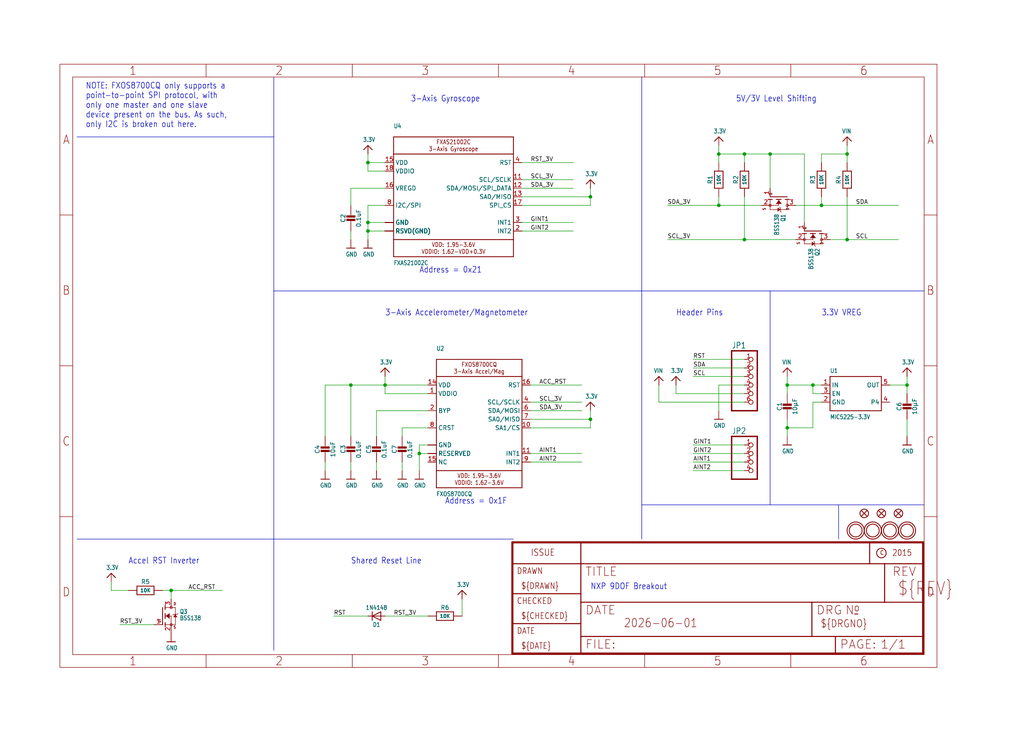
<source format=kicad_sch>
(kicad_sch (version 20230121) (generator eeschema)
  (paper "User" 303.962 217.322)
  (lib_symbols
    (symbol "working-eagle-import:3.3V" (power)
      (property "Value" "3.3V" (at -1.524 1.016 0))
      (symbol "3.3V_1_0"
        (polyline (pts (xy -1.27 -1.27) (xy 0 0)) (stroke (width 0.254)))
        (polyline (pts (xy 0 0) (xy 1.27 -1.27)) (stroke (width 0.254)))
        (pin power_in line (at 0 -2.54 90) (length 2.54) (name "3.3V") (number "1"))
      )
    )
    (symbol "working-eagle-import:ACCEL_MAG_FXOS8700CQ"
      (property "Reference" "U" (at -12.7 20.32 0))
      (symbol "ACCEL_MAG_FXOS8700CQ_1_0"
        (polyline (pts (xy -12.7 -20.32) (xy 12.7 -20.32)) (stroke (width 0.254)))
        (polyline (pts (xy -12.7 -15.24) (xy -12.7 -20.32)) (stroke (width 0.254)))
        (polyline (pts (xy -12.7 -15.24) (xy -12.7 12.7)) (stroke (width 0.254)))
        (polyline (pts (xy -12.7 12.7) (xy -12.7 17.78)) (stroke (width 0.254)))
        (polyline (pts (xy -12.7 12.7) (xy 12.7 12.7)) (stroke (width 0.254)))
        (polyline (pts (xy -12.7 17.78) (xy 12.7 17.78)) (stroke (width 0.254)))
        (polyline (pts (xy 12.7 -20.32) (xy 12.7 -15.24)) (stroke (width 0.254)))
        (polyline (pts (xy 12.7 -15.24) (xy -12.7 -15.24)) (stroke (width 0.254)))
        (polyline (pts (xy 12.7 12.7) (xy 12.7 -15.24)) (stroke (width 0.254)))
        (polyline (pts (xy 12.7 17.78) (xy 12.7 12.7)) (stroke (width 0.254)))
        (text "FXOS8700CQ\n3-Axis Accel/Mag" (at 0 15.24 0) (effects (font (size 1.27 1.0795))))
        (text "VDD: 1.95-3.6V\nVDDIO: 1.62-3.6V" (at 0 -17.78 0) (effects (font (size 1.27 1.0795))))
        (pin bidirectional line (at -15.24 7.62 0) (length 2.54) (name "VDDIO") (number "1"))
        (pin bidirectional line (at 15.24 -2.54 180) (length 2.54) (name "SA1/CS") (number "10"))
        (pin bidirectional line (at 15.24 -10.16 180) (length 2.54) (name "INT1") (number "11"))
        (pin bidirectional line (at -15.24 -7.62 0) (length 2.54) (name "GND") (number "12"))
        (pin bidirectional line (at -15.24 -10.16 0) (length 2.54) (name "RESERVED") (number "13"))
        (pin bidirectional line (at -15.24 10.16 0) (length 2.54) (name "VDD") (number "14"))
        (pin bidirectional line (at -15.24 -12.7 0) (length 2.54) (name "NC") (number "15"))
        (pin bidirectional line (at 15.24 10.16 180) (length 2.54) (name "RST") (number "16"))
        (pin bidirectional line (at -15.24 2.54 0) (length 2.54) (name "BYP") (number "2"))
        (pin bidirectional line (at -15.24 -10.16 0) (length 2.54) (name "RESERVED") (number "3"))
        (pin bidirectional line (at 15.24 5.08 180) (length 2.54) (name "SCL/SCLK") (number "4"))
        (pin bidirectional line (at -15.24 -7.62 0) (length 2.54) (name "GND") (number "5"))
        (pin bidirectional line (at 15.24 2.54 180) (length 2.54) (name "SDA/MOSI") (number "6"))
        (pin bidirectional line (at 15.24 0 180) (length 2.54) (name "SA0/MISO") (number "7"))
        (pin bidirectional line (at -15.24 -2.54 0) (length 2.54) (name "CRST") (number "8"))
        (pin bidirectional line (at 15.24 -12.7 180) (length 2.54) (name "INT2") (number "9"))
      )
    )
    (symbol "working-eagle-import:CAP_CERAMIC0805-NOOUTLINE"
      (property "Reference" "C" (at -2.29 1.25 90))
      (symbol "CAP_CERAMIC0805-NOOUTLINE_1_0"
        (rectangle (start -1.27 0.508) (end 1.27 1.016) (fill (type outline)))
        (rectangle (start -1.27 1.524) (end 1.27 2.032) (fill (type outline)))
        (polyline (pts (xy 0 0.762) (xy 0 0)) (stroke (width 0.1524)))
        (polyline (pts (xy 0 2.54) (xy 0 1.778)) (stroke (width 0.1524)))
        (pin passive line (at 0 5.08 270) (length 2.54) (name "1") (number "1"))
        (pin passive line (at 0 -2.54 90) (length 2.54) (name "2") (number "2"))
      )
    )
    (symbol "working-eagle-import:DIODESOD-323"
      (property "Reference" "D" (at 0 2.54 0))
      (symbol "DIODESOD-323_1_0"
        (polyline (pts (xy -1.27 -1.27) (xy 1.27 0)) (stroke (width 0.254)))
        (polyline (pts (xy -1.27 1.27) (xy -1.27 -1.27)) (stroke (width 0.254)))
        (polyline (pts (xy 1.27 0) (xy -1.27 1.27)) (stroke (width 0.254)))
        (polyline (pts (xy 1.27 0) (xy 1.27 -1.27)) (stroke (width 0.254)))
        (polyline (pts (xy 1.27 1.27) (xy 1.27 0)) (stroke (width 0.254)))
        (pin passive line (at -2.54 0 0) (length 2.54) (name "A") (number "A"))
        (pin passive line (at 2.54 0 180) (length 2.54) (name "C") (number "C"))
      )
    )
    (symbol "working-eagle-import:FIDUCIAL_1MM"
      (symbol "FIDUCIAL_1MM_1_0"
        (polyline (pts (xy -0.762 0.762) (xy 0.762 -0.762)) (stroke (width 0.254)))
        (polyline (pts (xy 0.762 0.762) (xy -0.762 -0.762)) (stroke (width 0.254)))
        (circle (center 0 0) (radius 1.27) (stroke (width 0.254)))
      )
    )
    (symbol "working-eagle-import:FRAME_A4"
      (symbol "FRAME_A4_1_0"
        (polyline (pts (xy 0 44.7675) (xy 3.81 44.7675)))
        (polyline (pts (xy 0 89.535) (xy 3.81 89.535)))
        (polyline (pts (xy 0 134.3025) (xy 3.81 134.3025)))
        (polyline (pts (xy 3.81 3.81) (xy 3.81 175.26)))
        (polyline (pts (xy 43.3917 0) (xy 43.3917 3.81)))
        (polyline (pts (xy 43.3917 175.26) (xy 43.3917 179.07)))
        (polyline (pts (xy 86.7833 0) (xy 86.7833 3.81)))
        (polyline (pts (xy 86.7833 175.26) (xy 86.7833 179.07)))
        (polyline (pts (xy 130.175 0) (xy 130.175 3.81)))
        (polyline (pts (xy 130.175 175.26) (xy 130.175 179.07)))
        (polyline (pts (xy 173.5667 0) (xy 173.5667 3.81)))
        (polyline (pts (xy 173.5667 175.26) (xy 173.5667 179.07)))
        (polyline (pts (xy 216.9583 0) (xy 216.9583 3.81)))
        (polyline (pts (xy 216.9583 175.26) (xy 216.9583 179.07)))
        (polyline (pts (xy 256.54 3.81) (xy 3.81 3.81)))
        (polyline (pts (xy 256.54 3.81) (xy 256.54 8.89)) (stroke (width 0.1016)))
        (polyline (pts (xy 256.54 3.81) (xy 256.54 175.26)))
        (polyline (pts (xy 256.54 8.89) (xy 256.54 13.97)) (stroke (width 0.1016)))
        (polyline (pts (xy 256.54 13.97) (xy 256.54 19.05)) (stroke (width 0.1016)))
        (polyline (pts (xy 256.54 19.05) (xy 256.54 36.83)) (stroke (width 0.1016)))
        (polyline (pts (xy 256.54 44.7675) (xy 260.35 44.7675)))
        (polyline (pts (xy 256.54 89.535) (xy 260.35 89.535)))
        (polyline (pts (xy 256.54 134.3025) (xy 260.35 134.3025)))
        (polyline (pts (xy 256.54 175.26) (xy 3.81 175.26)))
        (polyline (pts (xy 0 0) (xy 260.35 0) (xy 260.35 179.07) (xy 0 179.07) (xy 0 0)))
        (text "1" (at 21.6958 1.905 0) (effects (font (size 2.54 2.286))))
        (text "1" (at 21.6958 177.165 0) (effects (font (size 2.54 2.286))))
        (text "2" (at 65.0875 1.905 0) (effects (font (size 2.54 2.286))))
        (text "2" (at 65.0875 177.165 0) (effects (font (size 2.54 2.286))))
        (text "3" (at 108.4792 1.905 0) (effects (font (size 2.54 2.286))))
        (text "3" (at 108.4792 177.165 0) (effects (font (size 2.54 2.286))))
        (text "4" (at 151.8708 1.905 0) (effects (font (size 2.54 2.286))))
        (text "4" (at 151.8708 177.165 0) (effects (font (size 2.54 2.286))))
        (text "5" (at 195.2625 1.905 0) (effects (font (size 2.54 2.286))))
        (text "5" (at 195.2625 177.165 0) (effects (font (size 2.54 2.286))))
        (text "6" (at 238.6542 1.905 0) (effects (font (size 2.54 2.286))))
        (text "6" (at 238.6542 177.165 0) (effects (font (size 2.54 2.286))))
        (text "A" (at 1.905 156.6863 0) (effects (font (size 2.54 2.286))))
        (text "A" (at 258.445 156.6863 0) (effects (font (size 2.54 2.286))))
        (text "B" (at 1.905 111.9188 0) (effects (font (size 2.54 2.286))))
        (text "B" (at 258.445 111.9188 0) (effects (font (size 2.54 2.286))))
        (text "C" (at 1.905 67.1513 0) (effects (font (size 2.54 2.286))))
        (text "C" (at 258.445 67.1513 0) (effects (font (size 2.54 2.286))))
        (text "D" (at 1.905 22.3838 0) (effects (font (size 2.54 2.286))))
        (text "D" (at 258.445 22.3838 0) (effects (font (size 2.54 2.286))))
      )
      (symbol "FRAME_A4_2_0"
        (polyline (pts (xy -0.3048 1.5748) (xy 20.0152 1.5748)) (stroke (width 0.6096)))
        (polyline (pts (xy -0.3048 10.4648) (xy -0.3048 1.5748)) (stroke (width 0.6096)))
        (polyline (pts (xy -0.3048 10.4648) (xy 20.0152 10.4648)) (stroke (width 0.3048)))
        (polyline (pts (xy -0.3048 19.3548) (xy -0.3048 10.4648)) (stroke (width 0.6096)))
        (polyline (pts (xy -0.3048 19.3548) (xy 20.0152 19.3548)) (stroke (width 0.3048)))
        (polyline (pts (xy -0.3048 28.2448) (xy -0.3048 19.3548)) (stroke (width 0.6096)))
        (polyline (pts (xy -0.3048 28.2448) (xy 20.0152 28.2448)) (stroke (width 0.3048)))
        (polyline (pts (xy -0.3048 34.5948) (xy -0.3048 28.2448)) (stroke (width 0.6096)))
        (polyline (pts (xy 20.0152 1.5748) (xy 20.0152 6.6548)) (stroke (width 0.3048)))
        (polyline (pts (xy 20.0152 1.5748) (xy 95.5802 1.5748)) (stroke (width 0.6096)))
        (polyline (pts (xy 20.0152 6.6548) (xy 20.0152 10.4648)) (stroke (width 0.3048)))
        (polyline (pts (xy 20.0152 6.6548) (xy 88.5952 6.6548)) (stroke (width 0.3048)))
        (polyline (pts (xy 20.0152 10.4648) (xy 20.0152 16.8148)) (stroke (width 0.3048)))
        (polyline (pts (xy 20.0152 16.8148) (xy 20.0152 19.3548)) (stroke (width 0.3048)))
        (polyline (pts (xy 20.0152 19.3548) (xy 20.0152 28.2448)) (stroke (width 0.3048)))
        (polyline (pts (xy 20.0152 28.2448) (xy 20.0152 34.5948)) (stroke (width 0.3048)))
        (polyline (pts (xy 20.0152 28.2448) (xy 105.7402 28.2448)) (stroke (width 0.3048)))
        (polyline (pts (xy 20.0152 34.5948) (xy -0.3048 34.5948)) (stroke (width 0.6096)))
        (polyline (pts (xy 88.5952 6.6548) (xy 95.5802 6.6548)) (stroke (width 0.3048)))
        (polyline (pts (xy 88.5952 16.8148) (xy 20.0152 16.8148)) (stroke (width 0.3048)))
        (polyline (pts (xy 88.5952 16.8148) (xy 88.5952 6.6548)) (stroke (width 0.3048)))
        (polyline (pts (xy 95.5802 1.5748) (xy 121.6152 1.5748)) (stroke (width 0.6096)))
        (polyline (pts (xy 95.5802 6.6548) (xy 95.5802 1.5748)) (stroke (width 0.3048)))
        (polyline (pts (xy 95.5802 6.6548) (xy 121.6152 6.6548)) (stroke (width 0.3048)))
        (polyline (pts (xy 101.2952 13.3223) (xy 102.2477 13.3223)) (stroke (width 0.254)))
        (polyline (pts (xy 105.7402 28.2448) (xy 105.7402 34.5948)) (stroke (width 0.3048)))
        (polyline (pts (xy 105.7402 28.2448) (xy 110.1852 28.2448)) (stroke (width 0.3048)))
        (polyline (pts (xy 105.7402 34.5948) (xy 20.0152 34.5948)) (stroke (width 0.6096)))
        (polyline (pts (xy 110.1852 16.8148) (xy 88.5952 16.8148)) (stroke (width 0.3048)))
        (polyline (pts (xy 110.1852 28.2448) (xy 110.1852 16.8148)) (stroke (width 0.3048)))
        (polyline (pts (xy 110.1852 28.2448) (xy 121.6152 28.2448)) (stroke (width 0.3048)))
        (polyline (pts (xy 121.6152 6.6548) (xy 121.6152 1.5748)) (stroke (width 0.6096)))
        (polyline (pts (xy 121.6152 16.8148) (xy 110.1852 16.8148)) (stroke (width 0.3048)))
        (polyline (pts (xy 121.6152 16.8148) (xy 121.6152 6.6548)) (stroke (width 0.6096)))
        (polyline (pts (xy 121.6152 28.2448) (xy 121.6152 16.8148)) (stroke (width 0.6096)))
        (polyline (pts (xy 121.6152 34.5948) (xy 105.7402 34.5948)) (stroke (width 0.6096)))
        (polyline (pts (xy 121.6152 34.5948) (xy 121.6152 28.2448)) (stroke (width 0.6096)))
        (circle (center 109.2327 31.4198) (radius 1.4199) (stroke (width 0.254)))
        (text "${#}/${##}" (at 108.9152 2.8448 0) (effects (font (size 2.54 2.54)) (justify left bottom)))
        (text "${CHECKED}" (at 2.2352 11.7348 0) (effects (font (size 1.778 1.5113)) (justify left bottom)))
        (text "${COMPANY}" (at 23.349 29.6735 0) (effects (font (size 3.175 2.6987) (thickness 0.5397) bold) (justify left bottom)))
        (text "${CURRENT_DATE}" (at 32.7152 9.1948 0) (effects (font (size 2.54 2.159)) (justify left bottom)))
        (text "${DATE}" (at 2.2352 2.8448 0) (effects (font (size 1.778 1.5113)) (justify left bottom)))
        (text "${DRAWN}" (at 2.2352 20.6248 0) (effects (font (size 1.778 1.5113)) (justify left bottom)))
        (text "${DRGNO}" (at 91.1352 9.1948 0) (effects (font (size 2.1844 1.8567)) (justify left bottom)))
        (text "${PROJECTNAME}" (at 33.0327 2.8448 0) (effects (font (size 2.54 2.159)) (justify left bottom)))
        (text "${REV}" (at 113.9952 18.7198 0) (effects (font (size 3.81 3.2385)) (justify left bottom)))
        (text "2015" (at 112.4077 30.4673 0) (effects (font (size 1.778 1.5113)) (justify left bottom)))
        (text "C" (at 108.7564 30.7848 0) (effects (font (size 1.27 1.0795)) (justify left bottom)))
        (text "CHECKED" (at 0.9652 16.1798 0) (effects (font (size 1.778 1.5113)) (justify left bottom)))
        (text "DATE" (at 0.9652 7.2898 0) (effects (font (size 1.778 1.5113)) (justify left bottom)))
        (text "DATE" (at 21.2852 13.0048 0) (effects (font (size 2.54 2.54)) (justify left bottom)))
        (text "DRAWN" (at 0.9652 25.0698 0) (effects (font (size 1.778 1.5113)) (justify left bottom)))
        (text "DRG" (at 89.8652 13.0048 0) (effects (font (size 2.54 2.54)) (justify left bottom)))
        (text "FILE:" (at 21.2852 2.8448 0) (effects (font (size 2.54 2.54)) (justify left bottom)))
        (text "ISSUE" (at 5.0927 30.4673 0) (effects (font (size 1.9304 1.6408)) (justify left bottom)))
        (text "N" (at 98.4377 13.0048 0) (effects (font (size 2.54 2.54)) (justify left bottom)))
        (text "o" (at 100.9777 13.9573 0) (effects (font (size 2.1844 1.8567)) (justify left bottom)))
        (text "PAGE:" (at 96.8502 2.8448 0) (effects (font (size 2.54 2.54)) (justify left bottom)))
        (text "REV" (at 112.4077 24.4348 0) (effects (font (size 2.54 2.54)) (justify left bottom)))
        (text "TITLE" (at 21.2852 24.4348 0) (effects (font (size 2.54 2.54)) (justify left bottom)))
      )
    )
    (symbol "working-eagle-import:GND" (power)
      (property "Value" "GND" (at -1.524 -2.54 0))
      (symbol "GND_1_0"
        (polyline (pts (xy -1.27 0) (xy 1.27 0)) (stroke (width 0.254)))
        (pin power_in line (at 0 2.54 270) (length 2.54) (name "GND") (number "1"))
      )
    )
    (symbol "working-eagle-import:GYRO_FXAS21002C"
      (property "Reference" "U" (at -17.78 20.32 0))
      (symbol "GYRO_FXAS21002C_1_0"
        (polyline (pts (xy -17.78 -17.78) (xy 17.78 -17.78)) (stroke (width 0.254)))
        (polyline (pts (xy -17.78 -12.7) (xy -17.78 -17.78)) (stroke (width 0.254)))
        (polyline (pts (xy -17.78 -12.7) (xy -17.78 12.7)) (stroke (width 0.254)))
        (polyline (pts (xy -17.78 12.7) (xy -17.78 17.78)) (stroke (width 0.254)))
        (polyline (pts (xy -17.78 12.7) (xy 17.78 12.7)) (stroke (width 0.254)))
        (polyline (pts (xy -17.78 17.78) (xy 17.78 17.78)) (stroke (width 0.254)))
        (polyline (pts (xy 17.78 -17.78) (xy 17.78 -12.7)) (stroke (width 0.254)))
        (polyline (pts (xy 17.78 -12.7) (xy -17.78 -12.7)) (stroke (width 0.254)))
        (polyline (pts (xy 17.78 12.7) (xy 17.78 -12.7)) (stroke (width 0.254)))
        (polyline (pts (xy 17.78 17.78) (xy 17.78 12.7)) (stroke (width 0.254)))
        (text "FXAS21002C\n3-Axis Gyroscope" (at 0 15.24 0) (effects (font (size 1.27 1.0795))))
        (text "VDD: 1.95-3.6V\nVDDIO: 1.62-VDD+0.3V" (at 0 -15.24 0) (effects (font (size 1.27 1.0795))))
        (pin bidirectional line (at -20.32 -7.62 0) (length 2.54) (name "GND") (number "1"))
        (pin bidirectional line (at -20.32 -10.16 0) (length 2.54) (name "RSVD(GND)") (number "10"))
        (pin bidirectional line (at 20.32 5.08 180) (length 2.54) (name "SCL/SCLK") (number "11"))
        (pin bidirectional line (at 20.32 2.54 180) (length 2.54) (name "SDA/MOSI/SPI_DATA") (number "12"))
        (pin bidirectional line (at 20.32 0 180) (length 2.54) (name "SA0/MISO") (number "13"))
        (pin bidirectional line (at -20.32 -7.62 0) (length 2.54) (name "GND") (number "14"))
        (pin bidirectional line (at -20.32 10.16 0) (length 2.54) (name "VDD") (number "15"))
        (pin bidirectional line (at -20.32 2.54 0) (length 2.54) (name "VREGD") (number "16"))
        (pin bidirectional line (at 20.32 -2.54 180) (length 2.54) (name "SPI_CS") (number "17"))
        (pin bidirectional line (at -20.32 7.62 0) (length 2.54) (name "VDDIO") (number "18"))
        (pin bidirectional line (at -20.32 -7.62 0) (length 2.54) (name "GND") (number "19"))
        (pin bidirectional line (at 20.32 -10.16 180) (length 2.54) (name "INT2") (number "2"))
        (pin bidirectional line (at -20.32 -10.16 0) (length 2.54) (name "RSVD(GND)") (number "20"))
        (pin bidirectional line (at -20.32 -10.16 0) (length 2.54) (name "RSVD(GND)") (number "21"))
        (pin bidirectional line (at -20.32 -10.16 0) (length 2.54) (name "RSVD(GND)") (number "22"))
        (pin bidirectional line (at -20.32 -10.16 0) (length 2.54) (name "RSVD(GND)") (number "23"))
        (pin bidirectional line (at -20.32 -10.16 0) (length 2.54) (name "RSVD(GND)") (number "24"))
        (pin bidirectional line (at 20.32 -7.62 180) (length 2.54) (name "INT1") (number "3"))
        (pin bidirectional line (at 20.32 10.16 180) (length 2.54) (name "RST") (number "4"))
        (pin bidirectional line (at -20.32 -7.62 0) (length 2.54) (name "GND") (number "5"))
        (pin bidirectional line (at -20.32 -10.16 0) (length 2.54) (name "RSVD(GND)") (number "6"))
        (pin bidirectional line (at -20.32 -10.16 0) (length 2.54) (name "RSVD(GND)") (number "7"))
        (pin bidirectional line (at -20.32 -2.54 0) (length 2.54) (name "I2C/SPI") (number "8"))
        (pin bidirectional line (at -20.32 -10.16 0) (length 2.54) (name "RSVD(GND)") (number "9"))
      )
    )
    (symbol "working-eagle-import:HEADER-1X4ROUND"
      (property "Reference" "JP" (at -6.35 8.255 0))
      (symbol "HEADER-1X4ROUND_1_0"
        (polyline (pts (xy -6.35 -5.08) (xy 1.27 -5.08)) (stroke (width 0.4064)))
        (polyline (pts (xy -6.35 7.62) (xy -6.35 -5.08)) (stroke (width 0.4064)))
        (polyline (pts (xy 1.27 -5.08) (xy 1.27 7.62)) (stroke (width 0.4064)))
        (polyline (pts (xy 1.27 7.62) (xy -6.35 7.62)) (stroke (width 0.4064)))
        (pin passive inverted (at -2.54 5.08 0) (length 2.54) (name "1") (number "1"))
        (pin passive inverted (at -2.54 2.54 0) (length 2.54) (name "2") (number "2"))
        (pin passive inverted (at -2.54 0 0) (length 2.54) (name "3") (number "3"))
        (pin passive inverted (at -2.54 -2.54 0) (length 2.54) (name "4") (number "4"))
      )
    )
    (symbol "working-eagle-import:HEADER-1X670MIL"
      (property "Reference" "JP" (at -6.35 10.795 0))
      (symbol "HEADER-1X670MIL_1_0"
        (polyline (pts (xy -6.35 -7.62) (xy 1.27 -7.62)) (stroke (width 0.4064)))
        (polyline (pts (xy -6.35 10.16) (xy -6.35 -7.62)) (stroke (width 0.4064)))
        (polyline (pts (xy 1.27 -7.62) (xy 1.27 10.16)) (stroke (width 0.4064)))
        (polyline (pts (xy 1.27 10.16) (xy -6.35 10.16)) (stroke (width 0.4064)))
        (pin passive inverted (at -2.54 7.62 0) (length 2.54) (name "1") (number "1"))
        (pin passive inverted (at -2.54 5.08 0) (length 2.54) (name "2") (number "2"))
        (pin passive inverted (at -2.54 2.54 0) (length 2.54) (name "3") (number "3"))
        (pin passive inverted (at -2.54 0 0) (length 2.54) (name "4") (number "4"))
        (pin passive inverted (at -2.54 -2.54 0) (length 2.54) (name "5") (number "5"))
        (pin passive inverted (at -2.54 -5.08 0) (length 2.54) (name "6") (number "6"))
      )
    )
    (symbol "working-eagle-import:MOSFET-NWIDE"
      (property "Reference" "Q" (at 5.08 0.635 0))
      (symbol "MOSFET-NWIDE_1_0"
        (polyline (pts (xy 0 2.54) (xy 0 -2.54)) (stroke (width 0.254)))
        (polyline (pts (xy 0.762 -2.54) (xy 0.762 -3.175)) (stroke (width 0.254)))
        (polyline (pts (xy 0.762 -1.905) (xy 0.762 -2.54)) (stroke (width 0.254)))
        (polyline (pts (xy 0.762 0) (xy 0.762 -0.762)) (stroke (width 0.254)))
        (polyline (pts (xy 0.762 0) (xy 2.54 0)) (stroke (width 0.1524)))
        (polyline (pts (xy 0.762 0.762) (xy 0.762 0)) (stroke (width 0.254)))
        (polyline (pts (xy 0.762 2.54) (xy 0.762 1.905)) (stroke (width 0.254)))
        (polyline (pts (xy 0.762 2.54) (xy 3.81 2.54)) (stroke (width 0.1524)))
        (polyline (pts (xy 0.762 3.175) (xy 0.762 2.54)) (stroke (width 0.254)))
        (polyline (pts (xy 2.54 -2.54) (xy 0.762 -2.54)) (stroke (width 0.1524)))
        (polyline (pts (xy 2.54 -2.54) (xy 3.81 -2.54)) (stroke (width 0.1524)))
        (polyline (pts (xy 2.54 0) (xy 2.54 -2.54)) (stroke (width 0.1524)))
        (polyline (pts (xy 3.302 0.508) (xy 3.048 0.254)) (stroke (width 0.1524)))
        (polyline (pts (xy 3.81 0.508) (xy 3.302 0.508)) (stroke (width 0.1524)))
        (polyline (pts (xy 3.81 0.508) (xy 3.81 -2.54)) (stroke (width 0.1524)))
        (polyline (pts (xy 3.81 2.54) (xy 3.81 0.508)) (stroke (width 0.1524)))
        (polyline (pts (xy 4.318 0.508) (xy 3.81 0.508)) (stroke (width 0.1524)))
        (polyline (pts (xy 4.572 0.762) (xy 4.318 0.508)) (stroke (width 0.1524)))
        (polyline (pts (xy 1.016 0) (xy 2.032 0.762) (xy 2.032 -0.762)) (stroke (width 0.1524)) (fill (type outline)))
        (polyline (pts (xy 3.81 0.508) (xy 3.302 -0.254) (xy 4.318 -0.254)) (stroke (width 0.1524)) (fill (type outline)))
        (circle (center 2.54 -2.54) (radius 0.3592))
        (circle (center 2.54 2.54) (radius 0.3592))
        (text "D" (at 3.175 3.175 0) (effects (font (size 0.8128 0.6908)) (justify left bottom)))
        (text "G" (at -1.27 -1.905 0) (effects (font (size 0.8128 0.6908)) (justify left bottom)))
        (text "S" (at 3.175 -3.81 0) (effects (font (size 0.8128 0.6908)) (justify left bottom)))
        (pin bidirectional line (at -2.54 -2.54 0) (length 2.54) (name "G") (number "1"))
        (pin bidirectional line (at 2.54 -5.08 90) (length 2.54) (name "S") (number "2"))
        (pin bidirectional line (at 2.54 5.08 270) (length 2.54) (name "D") (number "3"))
      )
    )
    (symbol "working-eagle-import:MOUNTINGHOLE2.5"
      (symbol "MOUNTINGHOLE2.5_1_0"
        (circle (center 0 0) (radius 1.905) (stroke (width 0.254)))
        (circle (center 0 0) (radius 2.54) (stroke (width 0.254)))
      )
    )
    (symbol "working-eagle-import:RESISTOR0805_NOOUTLINE"
      (property "Reference" "R" (at 0 2.54 0))
      (symbol "RESISTOR0805_NOOUTLINE_1_0"
        (polyline (pts (xy -2.54 -1.27) (xy -2.54 1.27)) (stroke (width 0.254)))
        (polyline (pts (xy -2.54 1.27) (xy 2.54 1.27)) (stroke (width 0.254)))
        (polyline (pts (xy 2.54 -1.27) (xy -2.54 -1.27)) (stroke (width 0.254)))
        (polyline (pts (xy 2.54 1.27) (xy 2.54 -1.27)) (stroke (width 0.254)))
        (pin passive line (at -5.08 0 0) (length 2.54) (name "1") (number "1"))
        (pin passive line (at 5.08 0 180) (length 2.54) (name "2") (number "2"))
      )
    )
    (symbol "working-eagle-import:VIN" (power)
      (property "Value" "VIN" (at -1.524 1.016 0))
      (symbol "VIN_1_0"
        (polyline (pts (xy -1.27 -1.27) (xy 0 0)) (stroke (width 0.254)))
        (polyline (pts (xy 0 0) (xy 1.27 -1.27)) (stroke (width 0.254)))
        (pin power_in line (at 0 -2.54 90) (length 2.54) (name "VIN") (number "1"))
      )
    )
    (symbol "working-eagle-import:VREG_SOT23-5"
      (property "Reference" "U" (at -7.62 6.096 0))
      (symbol "VREG_SOT23-5_1_0"
        (polyline (pts (xy -7.62 -5.08) (xy -7.62 5.08)) (stroke (width 0.254)))
        (polyline (pts (xy -7.62 5.08) (xy 7.62 5.08)) (stroke (width 0.254)))
        (polyline (pts (xy 7.62 -5.08) (xy -7.62 -5.08)) (stroke (width 0.254)))
        (polyline (pts (xy 7.62 5.08) (xy 7.62 -5.08)) (stroke (width 0.254)))
        (pin power_in line (at -10.16 2.54 0) (length 2.54) (name "IN") (number "1"))
        (pin power_in line (at -10.16 -2.54 0) (length 2.54) (name "GND") (number "2"))
        (pin input line (at -10.16 0 0) (length 2.54) (name "EN") (number "3"))
        (pin bidirectional line (at 10.16 -2.54 180) (length 2.54) (name "P4") (number "4"))
        (pin power_in line (at 10.16 2.54 180) (length 2.54) (name "OUT") (number "5"))
      )
    )
  )
  (junction (at 233.68 127))
  (junction (at 213.36 45.72))
  (junction (at 243.84 60.96))
  (junction (at 109.22 48.26))
  (junction (at 175.26 124.46))
  (junction (at 124.46 134.62))
  (junction (at 104.14 114.3))
  (junction (at 175.26 58.42))
  (junction (at 114.3 114.3))
  (junction (at 220.98 71.12))
  (junction (at 50.8 175.26))
  (junction (at 220.98 45.72))
  (junction (at 213.36 60.96))
  (junction (at 251.46 45.72))
  (junction (at 109.22 66.04))
  (junction (at 269.24 114.3))
  (junction (at 233.68 114.3))
  (junction (at 109.22 68.58))
  (junction (at 251.46 71.12))
  (junction (at 241.3 114.3))
  (junction (at 228.6 45.72))
  (polyline (pts (xy 81.28 40.64) (xy 22.86 40.64)) (stroke (width 0.1524) (type solid)))
  (wire (pts (xy 213.36 45.72) (xy 213.36 43.18)) (stroke (width 0.1524)))
  (wire (pts (xy 104.14 129.54) (xy 104.14 114.3)) (stroke (width 0.1524)))
  (wire (pts (xy 228.6 55.88) (xy 228.6 45.72)) (stroke (width 0.1524)))
  (wire (pts (xy 114.3 68.58) (xy 109.22 68.58)) (stroke (width 0.1524)))
  (wire (pts (xy 251.46 71.12) (xy 251.46 58.42)) (stroke (width 0.1524)))
  (polyline (pts (xy 81.28 160.02) (xy 81.28 193.04)) (stroke (width 0.1524) (type solid)))
  (wire (pts (xy 175.26 58.42) (xy 175.26 55.88)) (stroke (width 0.1524)))
  (wire (pts (xy 238.76 45.72) (xy 228.6 45.72)) (stroke (width 0.1524)))
  (wire (pts (xy 127 182.88) (xy 114.3 182.88)) (stroke (width 0.1524)))
  (wire (pts (xy 157.48 124.46) (xy 175.26 124.46)) (stroke (width 0.1524)))
  (polyline (pts (xy 190.5 22.86) (xy 190.5 86.36)) (stroke (width 0.1524) (type solid)))
  (wire (pts (xy 243.84 45.72) (xy 251.46 45.72)) (stroke (width 0.1524)))
  (wire (pts (xy 213.36 114.3) (xy 213.36 121.92)) (stroke (width 0.1524)))
  (polyline (pts (xy 190.5 86.36) (xy 190.5 149.86)) (stroke (width 0.1524) (type solid)))
  (wire (pts (xy 246.38 71.12) (xy 251.46 71.12)) (stroke (width 0.1524)))
  (wire (pts (xy 269.24 124.46) (xy 269.24 129.54)) (stroke (width 0.1524)))
  (wire (pts (xy 220.98 71.12) (xy 198.12 71.12)) (stroke (width 0.1524)))
  (wire (pts (xy 38.1 175.26) (xy 33.02 175.26)) (stroke (width 0.1524)))
  (wire (pts (xy 241.3 114.3) (xy 233.68 114.3)) (stroke (width 0.1524)))
  (wire (pts (xy 251.46 45.72) (xy 251.46 43.18)) (stroke (width 0.1524)))
  (wire (pts (xy 127 116.84) (xy 114.3 116.84)) (stroke (width 0.1524)))
  (wire (pts (xy 109.22 48.26) (xy 109.22 45.72)) (stroke (width 0.1524)))
  (wire (pts (xy 114.3 66.04) (xy 109.22 66.04)) (stroke (width 0.1524)))
  (polyline (pts (xy 228.6 86.36) (xy 228.6 149.86)) (stroke (width 0.1524) (type solid)))
  (wire (pts (xy 243.84 60.96) (xy 266.7 60.96)) (stroke (width 0.1524)))
  (wire (pts (xy 233.68 127) (xy 233.68 129.54)) (stroke (width 0.1524)))
  (wire (pts (xy 205.74 134.62) (xy 220.98 134.62)) (stroke (width 0.1524)))
  (wire (pts (xy 213.36 48.26) (xy 213.36 45.72)) (stroke (width 0.1524)))
  (wire (pts (xy 114.3 50.8) (xy 109.22 50.8)) (stroke (width 0.1524)))
  (wire (pts (xy 157.48 134.62) (xy 172.72 134.62)) (stroke (width 0.1524)))
  (wire (pts (xy 33.02 175.26) (xy 33.02 172.72)) (stroke (width 0.1524)))
  (wire (pts (xy 205.74 139.7) (xy 220.98 139.7)) (stroke (width 0.1524)))
  (wire (pts (xy 269.24 114.3) (xy 269.24 116.84)) (stroke (width 0.1524)))
  (polyline (pts (xy 228.6 86.36) (xy 274.32 86.36)) (stroke (width 0.1524) (type solid)))
  (wire (pts (xy 50.8 175.26) (xy 66.04 175.26)) (stroke (width 0.1524)))
  (wire (pts (xy 241.3 116.84) (xy 241.3 114.3)) (stroke (width 0.1524)))
  (wire (pts (xy 233.68 116.84) (xy 233.68 114.3)) (stroke (width 0.1524)))
  (wire (pts (xy 154.94 58.42) (xy 175.26 58.42)) (stroke (width 0.1524)))
  (wire (pts (xy 127 134.62) (xy 124.46 134.62)) (stroke (width 0.1524)))
  (wire (pts (xy 45.72 185.42) (xy 35.56 185.42)) (stroke (width 0.1524)))
  (wire (pts (xy 205.74 137.16) (xy 220.98 137.16)) (stroke (width 0.1524)))
  (wire (pts (xy 109.22 182.88) (xy 99.06 182.88)) (stroke (width 0.1524)))
  (wire (pts (xy 175.26 124.46) (xy 175.26 121.92)) (stroke (width 0.1524)))
  (wire (pts (xy 119.38 137.16) (xy 119.38 139.7)) (stroke (width 0.1524)))
  (wire (pts (xy 205.74 132.08) (xy 220.98 132.08)) (stroke (width 0.1524)))
  (polyline (pts (xy 81.28 160.02) (xy 22.86 160.02)) (stroke (width 0.1524) (type solid)))
  (wire (pts (xy 243.84 60.96) (xy 243.84 58.42)) (stroke (width 0.1524)))
  (wire (pts (xy 109.22 66.04) (xy 109.22 68.58)) (stroke (width 0.1524)))
  (wire (pts (xy 243.84 116.84) (xy 241.3 116.84)) (stroke (width 0.1524)))
  (wire (pts (xy 114.3 60.96) (xy 109.22 60.96)) (stroke (width 0.1524)))
  (wire (pts (xy 220.98 119.38) (xy 195.58 119.38)) (stroke (width 0.1524)))
  (wire (pts (xy 114.3 116.84) (xy 114.3 114.3)) (stroke (width 0.1524)))
  (wire (pts (xy 243.84 114.3) (xy 241.3 114.3)) (stroke (width 0.1524)))
  (wire (pts (xy 124.46 134.62) (xy 124.46 139.7)) (stroke (width 0.1524)))
  (wire (pts (xy 154.94 53.34) (xy 170.18 53.34)) (stroke (width 0.1524)))
  (wire (pts (xy 137.16 182.88) (xy 137.16 177.8)) (stroke (width 0.1524)))
  (wire (pts (xy 104.14 114.3) (xy 96.52 114.3)) (stroke (width 0.1524)))
  (wire (pts (xy 220.98 48.26) (xy 220.98 45.72)) (stroke (width 0.1524)))
  (wire (pts (xy 170.18 48.26) (xy 154.94 48.26)) (stroke (width 0.1524)))
  (wire (pts (xy 109.22 68.58) (xy 109.22 71.12)) (stroke (width 0.1524)))
  (wire (pts (xy 109.22 60.96) (xy 109.22 66.04)) (stroke (width 0.1524)))
  (wire (pts (xy 127 127) (xy 119.38 127)) (stroke (width 0.1524)))
  (wire (pts (xy 50.8 175.26) (xy 50.8 177.8)) (stroke (width 0.1524)))
  (wire (pts (xy 241.3 127) (xy 233.68 127)) (stroke (width 0.1524)))
  (wire (pts (xy 269.24 114.3) (xy 269.24 111.76)) (stroke (width 0.1524)))
  (polyline (pts (xy 190.5 86.36) (xy 228.6 86.36)) (stroke (width 0.1524) (type solid)))
  (wire (pts (xy 48.26 175.26) (xy 50.8 175.26)) (stroke (width 0.1524)))
  (wire (pts (xy 213.36 60.96) (xy 213.36 58.42)) (stroke (width 0.1524)))
  (polyline (pts (xy 190.5 149.86) (xy 190.5 160.02)) (stroke (width 0.1524) (type solid)))
  (wire (pts (xy 175.26 60.96) (xy 175.26 58.42)) (stroke (width 0.1524)))
  (polyline (pts (xy 81.28 160.02) (xy 81.28 86.36)) (stroke (width 0.1524) (type solid)))
  (wire (pts (xy 233.68 114.3) (xy 233.68 111.76)) (stroke (width 0.1524)))
  (wire (pts (xy 233.68 127) (xy 233.68 124.46)) (stroke (width 0.1524)))
  (wire (pts (xy 154.94 60.96) (xy 175.26 60.96)) (stroke (width 0.1524)))
  (wire (pts (xy 104.14 68.58) (xy 104.14 71.12)) (stroke (width 0.1524)))
  (wire (pts (xy 114.3 114.3) (xy 114.3 111.76)) (stroke (width 0.1524)))
  (wire (pts (xy 104.14 137.16) (xy 104.14 139.7)) (stroke (width 0.1524)))
  (wire (pts (xy 157.48 119.38) (xy 172.72 119.38)) (stroke (width 0.1524)))
  (polyline (pts (xy 81.28 86.36) (xy 81.28 40.64)) (stroke (width 0.1524) (type solid)))
  (polyline (pts (xy 190.5 86.36) (xy 81.28 86.36)) (stroke (width 0.1524) (type solid)))
  (wire (pts (xy 114.3 114.3) (xy 104.14 114.3)) (stroke (width 0.1524)))
  (wire (pts (xy 127 114.3) (xy 114.3 114.3)) (stroke (width 0.1524)))
  (polyline (pts (xy 274.32 149.86) (xy 248.92 149.86)) (stroke (width 0.1524) (type solid)))
  (wire (pts (xy 114.3 48.26) (xy 109.22 48.26)) (stroke (width 0.1524)))
  (wire (pts (xy 157.48 127) (xy 175.26 127)) (stroke (width 0.1524)))
  (wire (pts (xy 238.76 66.04) (xy 238.76 45.72)) (stroke (width 0.1524)))
  (wire (pts (xy 200.66 116.84) (xy 200.66 114.3)) (stroke (width 0.1524)))
  (wire (pts (xy 243.84 119.38) (xy 241.3 119.38)) (stroke (width 0.1524)))
  (wire (pts (xy 220.98 45.72) (xy 213.36 45.72)) (stroke (width 0.1524)))
  (wire (pts (xy 195.58 119.38) (xy 195.58 114.3)) (stroke (width 0.1524)))
  (wire (pts (xy 175.26 127) (xy 175.26 124.46)) (stroke (width 0.1524)))
  (polyline (pts (xy 81.28 40.64) (xy 81.28 22.86)) (stroke (width 0.1524) (type solid)))
  (polyline (pts (xy 248.92 149.86) (xy 248.92 160.02)) (stroke (width 0.1524) (type solid)))
  (wire (pts (xy 213.36 60.96) (xy 198.12 60.96)) (stroke (width 0.1524)))
  (wire (pts (xy 109.22 50.8) (xy 109.22 48.26)) (stroke (width 0.1524)))
  (wire (pts (xy 220.98 58.42) (xy 220.98 71.12)) (stroke (width 0.1524)))
  (wire (pts (xy 96.52 137.16) (xy 96.52 139.7)) (stroke (width 0.1524)))
  (polyline (pts (xy 248.92 149.86) (xy 228.6 149.86)) (stroke (width 0.1524) (type solid)))
  (wire (pts (xy 251.46 48.26) (xy 251.46 45.72)) (stroke (width 0.1524)))
  (wire (pts (xy 236.22 60.96) (xy 243.84 60.96)) (stroke (width 0.1524)))
  (wire (pts (xy 111.76 121.92) (xy 111.76 129.54)) (stroke (width 0.1524)))
  (wire (pts (xy 251.46 71.12) (xy 266.7 71.12)) (stroke (width 0.1524)))
  (wire (pts (xy 236.22 71.12) (xy 220.98 71.12)) (stroke (width 0.1524)))
  (wire (pts (xy 157.48 121.92) (xy 172.72 121.92)) (stroke (width 0.1524)))
  (wire (pts (xy 154.94 68.58) (xy 170.18 68.58)) (stroke (width 0.1524)))
  (wire (pts (xy 226.06 60.96) (xy 213.36 60.96)) (stroke (width 0.1524)))
  (wire (pts (xy 220.98 114.3) (xy 213.36 114.3)) (stroke (width 0.1524)))
  (wire (pts (xy 157.48 137.16) (xy 172.72 137.16)) (stroke (width 0.1524)))
  (wire (pts (xy 220.98 106.68) (xy 205.74 106.68)) (stroke (width 0.1524)))
  (polyline (pts (xy 152.4 160.02) (xy 81.28 160.02)) (stroke (width 0.1524) (type solid)))
  (wire (pts (xy 127 121.92) (xy 111.76 121.92)) (stroke (width 0.1524)))
  (wire (pts (xy 205.74 111.76) (xy 220.98 111.76)) (stroke (width 0.1524)))
  (wire (pts (xy 241.3 119.38) (xy 241.3 127)) (stroke (width 0.1524)))
  (wire (pts (xy 154.94 66.04) (xy 170.18 66.04)) (stroke (width 0.1524)))
  (wire (pts (xy 104.14 55.88) (xy 104.14 60.96)) (stroke (width 0.1524)))
  (polyline (pts (xy 228.6 149.86) (xy 190.5 149.86)) (stroke (width 0.1524) (type solid)))
  (wire (pts (xy 154.94 55.88) (xy 170.18 55.88)) (stroke (width 0.1524)))
  (wire (pts (xy 205.74 109.22) (xy 220.98 109.22)) (stroke (width 0.1524)))
  (wire (pts (xy 119.38 127) (xy 119.38 129.54)) (stroke (width 0.1524)))
  (wire (pts (xy 124.46 132.08) (xy 124.46 134.62)) (stroke (width 0.1524)))
  (wire (pts (xy 264.16 114.3) (xy 269.24 114.3)) (stroke (width 0.1524)))
  (wire (pts (xy 228.6 45.72) (xy 220.98 45.72)) (stroke (width 0.1524)))
  (wire (pts (xy 127 132.08) (xy 124.46 132.08)) (stroke (width 0.1524)))
  (wire (pts (xy 96.52 114.3) (xy 96.52 129.54)) (stroke (width 0.1524)))
  (wire (pts (xy 157.48 114.3) (xy 172.72 114.3)) (stroke (width 0.1524)))
  (wire (pts (xy 114.3 55.88) (xy 104.14 55.88)) (stroke (width 0.1524)))
  (wire (pts (xy 243.84 48.26) (xy 243.84 45.72)) (stroke (width 0.1524)))
  (wire (pts (xy 111.76 137.16) (xy 111.76 139.7)) (stroke (width 0.1524)))
  (wire (pts (xy 200.66 116.84) (xy 220.98 116.84)) (stroke (width 0.1524)))
  (text "Address = 0x21" (at 124.46 81.28 0) (effects (font (size 1.778 1.5113)) (justify left bottom)))
  (text "3-Axis Gyroscope" (at 121.92 30.48 0) (effects (font (size 1.778 1.5113)) (justify left bottom)))
  (text "Address = 0x1F" (at 132.08 149.86 0) (effects (font (size 1.778 1.5113)) (justify left bottom)))
  (text "3-Axis Accelerometer/Magnetometer" (at 114.3 93.98 0) (effects (font (size 1.778 1.5113)) (justify left bottom)))
  (text "Accel RST Inverter" (at 38.1 167.64 0) (effects (font (size 1.778 1.5113)) (justify left bottom)))
  (text "Shared Reset Line" (at 104.14 167.64 0) (effects (font (size 1.778 1.5113)) (justify left bottom)))
  (text "NOTE: FXOS8700CQ only supports a\npoint-to-point SPI protocol, with\nonly one master and one slave\ndevice present on the bus. As such,\nonly I2C is broken out here." (at 25.4 38.1 0) (effects (font (size 1.778 1.5113)) (justify left bottom)))
  (text "Header Pins" (at 200.66 93.98 0) (effects (font (size 1.778 1.5113)) (justify left bottom)))
  (text "5V/3V Level Shifting" (at 218.44 30.48 0) (effects (font (size 1.778 1.5113)) (justify left bottom)))
  (text "NXP 9DOF Breakout" (at 175.26 175.26 0) (effects (font (size 1.778 1.5113)) (justify left bottom)))
  (text "3.3V VREG" (at 243.84 93.98 0) (effects (font (size 1.778 1.5113)) (justify left bottom)))
  (label "RST_3V" (at 116.84 182.88 0) (effects (font (size 1.2446 1.2446))))
  (label "SCL" (at 205.74 111.76 0) (effects (font (size 1.2446 1.2446))))
  (label "SDA" (at 254 60.96 0) (effects (font (size 1.2446 1.2446))))
  (label "AINT2" (at 160.02 137.16 0) (effects (font (size 1.2446 1.2446))))
  (label "SDA_3V" (at 198.12 60.96 0) (effects (font (size 1.2446 1.2446))))
  (label "GINT1" (at 157.48 66.04 0) (effects (font (size 1.2446 1.2446))))
  (label "GINT2" (at 157.48 68.58 0) (effects (font (size 1.2446 1.2446))))
  (label "AINT1" (at 160.02 134.62 0) (effects (font (size 1.2446 1.2446))))
  (label "SCL_3V" (at 198.12 71.12 0) (effects (font (size 1.2446 1.2446))))
  (label "RST_3V" (at 35.56 185.42 0) (effects (font (size 1.2446 1.2446))))
  (label "GINT2" (at 205.74 134.62 0) (effects (font (size 1.2446 1.2446))))
  (label "ACC_RST" (at 160.02 114.3 0) (effects (font (size 1.2446 1.2446))))
  (label "SCL_3V" (at 160.02 119.38 0) (effects (font (size 1.2446 1.2446))))
  (label "AINT2" (at 205.74 139.7 0) (effects (font (size 1.2446 1.2446))))
  (label "SCL_3V" (at 157.48 53.34 0) (effects (font (size 1.2446 1.2446))))
  (label "AINT1" (at 205.74 137.16 0) (effects (font (size 1.2446 1.2446))))
  (label "SCL" (at 254 71.12 0) (effects (font (size 1.2446 1.2446))))
  (label "RST" (at 205.74 106.68 0) (effects (font (size 1.2446 1.2446))))
  (label "RST" (at 99.06 182.88 0) (effects (font (size 1.2446 1.2446))))
  (label "SDA" (at 205.74 109.22 0) (effects (font (size 1.2446 1.2446))))
  (label "GINT1" (at 205.74 132.08 0) (effects (font (size 1.2446 1.2446))))
  (label "SDA_3V" (at 160.02 121.92 0) (effects (font (size 1.2446 1.2446))))
  (label "SDA_3V" (at 157.48 55.88 0) (effects (font (size 1.2446 1.2446))))
  (label "RST_3V" (at 157.48 48.26 0) (effects (font (size 1.2446 1.2446))))
  (label "ACC_RST" (at 55.88 175.26 0) (effects (font (size 1.2446 1.2446))))
  (symbol (lib_id "working-eagle-import:VIN") (at 233.68 109.22 0) (unit 1)
    (property "Reference" "#U$21" (effects hide))
    (property "Value" "VIN" (at 232.156 108.204 0) (effects (font (size 1.27 1.0795)) (justify left bottom)))
  )
  (symbol (lib_id "working-eagle-import:RESISTOR0805_NOOUTLINE") (at 43.18 175.26 0) (unit 1)
    (property "Reference" "R5" (at 43.18 172.72 0))
    (property "Value" "10K" (at 43.18 175.26 0) (effects (font (size 1.016 1.016) bold)))
    (property "Footprint" "working:0805-NO" (effects hide))
  )
  (symbol (lib_id "working-eagle-import:GND") (at 104.14 142.24 0) (unit 1)
    (property "Reference" "#U$14" (effects hide))
    (property "Value" "GND" (at 102.616 144.78 0) (effects (font (size 1.27 1.0795)) (justify left bottom)))
  )
  (symbol (lib_id "working-eagle-import:FIDUCIAL_1MM") (at 261.62 152.4 0) (unit 1)
    (property "Reference" "FID2" (effects hide))
    (property "Value" "FIDUCIAL_1MM" (effects hide))
    (property "Footprint" "working:FIDUCIAL_1MM" (effects hide))
  )
  (symbol (lib_id "working-eagle-import:GND") (at 119.38 142.24 0) (unit 1)
    (property "Reference" "#U$17" (effects hide))
    (property "Value" "GND" (at 117.856 144.78 0) (effects (font (size 1.27 1.0795)) (justify left bottom)))
  )
  (symbol (lib_id "working-eagle-import:FIDUCIAL_1MM") (at 256.54 152.4 0) (unit 1)
    (property "Reference" "FID3" (effects hide))
    (property "Value" "FIDUCIAL_1MM" (effects hide))
    (property "Footprint" "working:FIDUCIAL_1MM" (effects hide))
  )
  (symbol (lib_id "working-eagle-import:CAP_CERAMIC0805-NOOUTLINE") (at 269.24 121.92 0) (unit 1)
    (property "Reference" "C6" (at 266.95 120.67 90))
    (property "Value" "10µF" (at 271.54 120.67 90))
    (property "Footprint" "working:0805-NO" (effects hide))
  )
  (symbol (lib_id "working-eagle-import:RESISTOR0805_NOOUTLINE") (at 132.08 182.88 0) (unit 1)
    (property "Reference" "R6" (at 132.08 180.34 0))
    (property "Value" "10K" (at 132.08 182.88 0) (effects (font (size 1.016 1.016) bold)))
    (property "Footprint" "working:0805-NO" (effects hide))
  )
  (symbol (lib_id "working-eagle-import:FRAME_A4") (at 152.4 195.58 0) (unit 2)
    (property "Reference" "#FRAME1" (effects hide))
    (property "Value" "FRAME_A4" (effects hide))
  )
  (symbol (lib_id "working-eagle-import:CAP_CERAMIC0805-NOOUTLINE") (at 111.76 134.62 0) (unit 1)
    (property "Reference" "C5" (at 109.47 133.37 90))
    (property "Value" "0.1uF" (at 114.06 133.37 90))
    (property "Footprint" "working:0805-NO" (effects hide))
  )
  (symbol (lib_id "working-eagle-import:3.3V") (at 175.26 119.38 0) (unit 1)
    (property "Reference" "#U$18" (effects hide))
    (property "Value" "3.3V" (at 173.736 118.364 0) (effects (font (size 1.27 1.0795)) (justify left bottom)))
  )
  (symbol (lib_id "working-eagle-import:GND") (at 104.14 73.66 0) (unit 1)
    (property "Reference" "#U$8" (effects hide))
    (property "Value" "GND" (at 102.616 76.2 0) (effects (font (size 1.27 1.0795)) (justify left bottom)))
  )
  (symbol (lib_id "working-eagle-import:3.3V") (at 137.16 175.26 0) (unit 1)
    (property "Reference" "#U$23" (effects hide))
    (property "Value" "3.3V" (at 135.636 174.244 0) (effects (font (size 1.27 1.0795)) (justify left bottom)))
  )
  (symbol (lib_id "working-eagle-import:RESISTOR0805_NOOUTLINE") (at 251.46 53.34 90) (unit 1)
    (property "Reference" "R4" (at 248.92 53.34 0))
    (property "Value" "10K" (at 251.46 53.34 0) (effects (font (size 1.016 1.016) bold)))
    (property "Footprint" "working:0805-NO" (effects hide))
  )
  (symbol (lib_id "working-eagle-import:3.3V") (at 200.66 111.76 0) (unit 1)
    (property "Reference" "#U$24" (effects hide))
    (property "Value" "3.3V" (at 199.136 110.744 0) (effects (font (size 1.27 1.0795)) (justify left bottom)))
  )
  (symbol (lib_id "working-eagle-import:GND") (at 124.46 142.24 0) (unit 1)
    (property "Reference" "#U$15" (effects hide))
    (property "Value" "GND" (at 122.936 144.78 0) (effects (font (size 1.27 1.0795)) (justify left bottom)))
  )
  (symbol (lib_id "working-eagle-import:GYRO_FXAS21002C") (at 134.62 58.42 0) (unit 1)
    (property "Reference" "U4" (at 116.84 38.1 0) (effects (font (size 1.27 1.0795)) (justify left bottom)))
    (property "Value" "FXAS21002C" (at 116.84 78.74 0) (effects (font (size 1.27 1.0795)) (justify left bottom)))
    (property "Footprint" "working:QFN24_4MM_FREESCALE_7X5" (effects hide))
  )
  (symbol (lib_id "working-eagle-import:HEADER-1X4ROUND") (at 223.52 137.16 0) (unit 1)
    (property "Reference" "JP2" (at 217.17 128.905 0) (effects (font (size 1.778 1.5113)) (justify left bottom)))
    (property "Value" "HEADER-1X4ROUND" (effects hide))
    (property "Footprint" "working:1X04_ROUND" (effects hide))
  )
  (symbol (lib_id "working-eagle-import:GND") (at 50.8 190.5 0) (unit 1)
    (property "Reference" "#U$30" (effects hide))
    (property "Value" "GND" (at 49.276 193.04 0) (effects (font (size 1.27 1.0795)) (justify left bottom)))
  )
  (symbol (lib_id "working-eagle-import:3.3V") (at 175.26 53.34 0) (unit 1)
    (property "Reference" "#U$11" (effects hide))
    (property "Value" "3.3V" (at 173.736 52.324 0) (effects (font (size 1.27 1.0795)) (justify left bottom)))
  )
  (symbol (lib_id "working-eagle-import:MOUNTINGHOLE2.5") (at 254 157.48 0) (unit 1)
    (property "Reference" "U$4" (effects hide))
    (property "Value" "MOUNTINGHOLE2.5" (effects hide))
    (property "Footprint" "working:MOUNTINGHOLE_2.5_PLATED" (effects hide))
  )
  (symbol (lib_id "working-eagle-import:3.3V") (at 213.36 40.64 0) (unit 1)
    (property "Reference" "#U$5" (effects hide))
    (property "Value" "3.3V" (at 211.836 39.624 0) (effects (font (size 1.27 1.0795)) (justify left bottom)))
  )
  (symbol (lib_id "working-eagle-import:MOSFET-NWIDE") (at 241.3 68.58 270) (unit 1)
    (property "Reference" "Q2" (at 241.935 73.66 0) (effects (font (size 1.27 1.0795)) (justify left bottom)))
    (property "Value" "BSS138" (at 240.03 73.66 0) (effects (font (size 1.27 1.0795)) (justify left bottom)))
    (property "Footprint" "working:SOT23-WIDE" (effects hide))
  )
  (symbol (lib_id "working-eagle-import:MOUNTINGHOLE2.5") (at 259.08 157.48 0) (unit 1)
    (property "Reference" "U$3" (effects hide))
    (property "Value" "MOUNTINGHOLE2.5" (effects hide))
    (property "Footprint" "working:MOUNTINGHOLE_2.5_PLATED" (effects hide))
  )
  (symbol (lib_id "working-eagle-import:3.3V") (at 269.24 109.22 0) (unit 1)
    (property "Reference" "#U$12" (effects hide))
    (property "Value" "3.3V" (at 267.716 108.204 0) (effects (font (size 1.27 1.0795)) (justify left bottom)))
  )
  (symbol (lib_id "working-eagle-import:3.3V") (at 114.3 109.22 0) (unit 1)
    (property "Reference" "#U$10" (effects hide))
    (property "Value" "3.3V" (at 112.776 108.204 0) (effects (font (size 1.27 1.0795)) (justify left bottom)))
  )
  (symbol (lib_id "working-eagle-import:GND") (at 233.68 132.08 0) (unit 1)
    (property "Reference" "#U$7" (effects hide))
    (property "Value" "GND" (at 232.156 134.62 0) (effects (font (size 1.27 1.0795)) (justify left bottom)))
  )
  (symbol (lib_id "working-eagle-import:3.3V") (at 109.22 43.18 0) (unit 1)
    (property "Reference" "#U$9" (effects hide))
    (property "Value" "3.3V" (at 107.696 42.164 0) (effects (font (size 1.27 1.0795)) (justify left bottom)))
  )
  (symbol (lib_id "working-eagle-import:MOUNTINGHOLE2.5") (at 269.24 157.48 0) (unit 1)
    (property "Reference" "U$1" (effects hide))
    (property "Value" "MOUNTINGHOLE2.5" (effects hide))
    (property "Footprint" "working:MOUNTINGHOLE_2.5_PLATED" (effects hide))
  )
  (symbol (lib_id "working-eagle-import:FIDUCIAL_1MM") (at 266.7 152.4 0) (unit 1)
    (property "Reference" "FID1" (effects hide))
    (property "Value" "FIDUCIAL_1MM" (effects hide))
    (property "Footprint" "working:FIDUCIAL_1MM" (effects hide))
  )
  (symbol (lib_id "working-eagle-import:3.3V") (at 33.02 170.18 0) (unit 1)
    (property "Reference" "#U$29" (effects hide))
    (property "Value" "3.3V" (at 31.496 169.164 0) (effects (font (size 1.27 1.0795)) (justify left bottom)))
  )
  (symbol (lib_id "working-eagle-import:CAP_CERAMIC0805-NOOUTLINE") (at 119.38 134.62 0) (unit 1)
    (property "Reference" "C7" (at 117.09 133.37 90))
    (property "Value" "0.1uF" (at 121.68 133.37 90))
    (property "Footprint" "working:0805-NO" (effects hide))
  )
  (symbol (lib_id "working-eagle-import:CAP_CERAMIC0805-NOOUTLINE") (at 233.68 121.92 0) (unit 1)
    (property "Reference" "C1" (at 231.39 120.67 90))
    (property "Value" "10µF" (at 235.98 120.67 90))
    (property "Footprint" "working:0805-NO" (effects hide))
  )
  (symbol (lib_id "working-eagle-import:ACCEL_MAG_FXOS8700CQ") (at 142.24 124.46 0) (unit 1)
    (property "Reference" "U2" (at 129.54 104.14 0) (effects (font (size 1.27 1.0795)) (justify left bottom)))
    (property "Value" "FXOS8700CQ" (at 129.54 147.32 0) (effects (font (size 1.27 1.0795)) (justify left bottom)))
    (property "Footprint" "working:QFN16_3MM_FREESCALE_5X3" (effects hide))
  )
  (symbol (lib_id "working-eagle-import:GND") (at 269.24 132.08 0) (unit 1)
    (property "Reference" "#U$19" (effects hide))
    (property "Value" "GND" (at 267.716 134.62 0) (effects (font (size 1.27 1.0795)) (justify left bottom)))
  )
  (symbol (lib_id "working-eagle-import:GND") (at 213.36 124.46 0) (unit 1)
    (property "Reference" "#U$25" (effects hide))
    (property "Value" "GND" (at 211.836 127 0) (effects (font (size 1.27 1.0795)) (justify left bottom)))
  )
  (symbol (lib_id "working-eagle-import:VIN") (at 195.58 111.76 0) (unit 1)
    (property "Reference" "#U$22" (effects hide))
    (property "Value" "VIN" (at 194.056 110.744 0) (effects (font (size 1.27 1.0795)) (justify left bottom)))
  )
  (symbol (lib_id "working-eagle-import:CAP_CERAMIC0805-NOOUTLINE") (at 104.14 134.62 0) (unit 1)
    (property "Reference" "C3" (at 101.85 133.37 90))
    (property "Value" "0.1uF" (at 106.44 133.37 90))
    (property "Footprint" "working:0805-NO" (effects hide))
  )
  (symbol (lib_id "working-eagle-import:DIODESOD-323") (at 111.76 182.88 180) (unit 1)
    (property "Reference" "D1" (at 111.76 185.42 0) (effects (font (size 1.27 1.0795))))
    (property "Value" "1N4148" (at 111.76 180.38 0) (effects (font (size 1.27 1.0795))))
    (property "Footprint" "working:SOD-323" (effects hide))
  )
  (symbol (lib_id "working-eagle-import:MOSFET-NWIDE") (at 231.14 58.42 270) (unit 1)
    (property "Reference" "Q1" (at 231.775 63.5 0) (effects (font (size 1.27 1.0795)) (justify left bottom)))
    (property "Value" "BSS138" (at 229.87 63.5 0) (effects (font (size 1.27 1.0795)) (justify left bottom)))
    (property "Footprint" "working:SOT23-WIDE" (effects hide))
  )
  (symbol (lib_id "working-eagle-import:FRAME_A4") (at 17.78 198.12 0) (unit 1)
    (property "Reference" "#FRAME1" (effects hide))
    (property "Value" "FRAME_A4" (effects hide))
  )
  (symbol (lib_id "working-eagle-import:CAP_CERAMIC0805-NOOUTLINE") (at 96.52 134.62 0) (unit 1)
    (property "Reference" "C4" (at 94.23 133.37 90))
    (property "Value" "10uF" (at 98.82 133.37 90))
    (property "Footprint" "working:0805-NO" (effects hide))
  )
  (symbol (lib_id "working-eagle-import:HEADER-1X670MIL") (at 223.52 114.3 0) (unit 1)
    (property "Reference" "JP1" (at 217.17 103.505 0) (effects (font (size 1.778 1.5113)) (justify left bottom)))
    (property "Value" "HEADER-1X670MIL" (effects hide))
    (property "Footprint" "working:1X06_ROUND_70" (effects hide))
  )
  (symbol (lib_id "working-eagle-import:GND") (at 111.76 142.24 0) (unit 1)
    (property "Reference" "#U$16" (effects hide))
    (property "Value" "GND" (at 110.236 144.78 0) (effects (font (size 1.27 1.0795)) (justify left bottom)))
  )
  (symbol (lib_id "working-eagle-import:CAP_CERAMIC0805-NOOUTLINE") (at 104.14 66.04 0) (unit 1)
    (property "Reference" "C2" (at 101.85 64.79 90))
    (property "Value" "0.1uF" (at 106.44 64.79 90))
    (property "Footprint" "working:0805-NO" (effects hide))
  )
  (symbol (lib_id "working-eagle-import:MOUNTINGHOLE2.5") (at 264.16 157.48 0) (unit 1)
    (property "Reference" "U$2" (effects hide))
    (property "Value" "MOUNTINGHOLE2.5" (effects hide))
    (property "Footprint" "working:MOUNTINGHOLE_2.5_PLATED" (effects hide))
  )
  (symbol (lib_id "working-eagle-import:RESISTOR0805_NOOUTLINE") (at 213.36 53.34 90) (unit 1)
    (property "Reference" "R1" (at 210.82 53.34 0))
    (property "Value" "10K" (at 213.36 53.34 0) (effects (font (size 1.016 1.016) bold)))
    (property "Footprint" "working:0805-NO" (effects hide))
  )
  (symbol (lib_id "working-eagle-import:RESISTOR0805_NOOUTLINE") (at 220.98 53.34 90) (unit 1)
    (property "Reference" "R2" (at 218.44 53.34 0))
    (property "Value" "10K" (at 220.98 53.34 0) (effects (font (size 1.016 1.016) bold)))
    (property "Footprint" "working:0805-NO" (effects hide))
  )
  (symbol (lib_id "working-eagle-import:VREG_SOT23-5") (at 254 116.84 0) (unit 1)
    (property "Reference" "U1" (at 246.38 110.744 0) (effects (font (size 1.27 1.0795)) (justify left bottom)))
    (property "Value" "MIC5225-3.3V" (at 246.38 124.46 0) (effects (font (size 1.27 1.0795)) (justify left bottom)))
    (property "Footprint" "working:SOT23-5" (effects hide))
  )
  (symbol (lib_id "working-eagle-import:GND") (at 109.22 73.66 0) (unit 1)
    (property "Reference" "#U$6" (effects hide))
    (property "Value" "GND" (at 107.696 76.2 0) (effects (font (size 1.27 1.0795)) (justify left bottom)))
  )
  (symbol (lib_id "working-eagle-import:RESISTOR0805_NOOUTLINE") (at 243.84 53.34 90) (unit 1)
    (property "Reference" "R3" (at 241.3 53.34 0))
    (property "Value" "10K" (at 243.84 53.34 0) (effects (font (size 1.016 1.016) bold)))
    (property "Footprint" "working:0805-NO" (effects hide))
  )
  (symbol (lib_id "working-eagle-import:GND") (at 96.52 142.24 0) (unit 1)
    (property "Reference" "#U$13" (effects hide))
    (property "Value" "GND" (at 94.996 144.78 0) (effects (font (size 1.27 1.0795)) (justify left bottom)))
  )
  (symbol (lib_id "working-eagle-import:MOSFET-NWIDE") (at 48.26 182.88 0) (unit 1)
    (property "Reference" "Q3" (at 53.34 182.245 0) (effects (font (size 1.27 1.0795)) (justify left bottom)))
    (property "Value" "BSS138" (at 53.34 184.15 0) (effects (font (size 1.27 1.0795)) (justify left bottom)))
    (property "Footprint" "working:SOT23-WIDE" (effects hide))
  )
  (symbol (lib_id "working-eagle-import:VIN") (at 251.46 40.64 0) (unit 1)
    (property "Reference" "#U$20" (effects hide))
    (property "Value" "VIN" (at 249.936 39.624 0) (effects (font (size 1.27 1.0795)) (justify left bottom)))
  )
)
</source>
